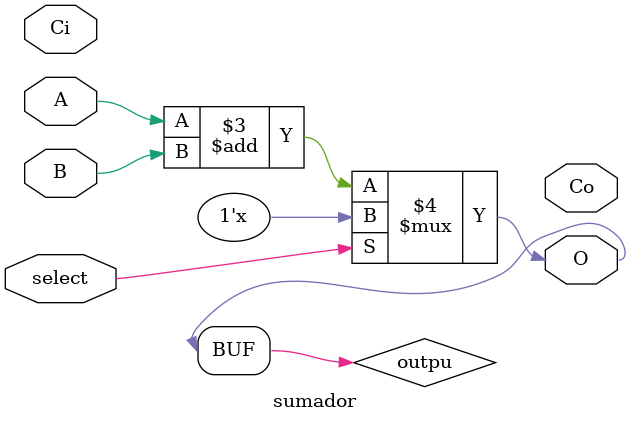
<source format=v>
`timescale 1ns / 1ps


module sumador(
    input A, B, Ci, select,
    output O, Co
    );
 
reg outpu; 
  
//reg a0, a1, a2;

always@(*)
 begin
 if (select==0)
//    xor u0(a0,A,B);
    
//    and u1(a1,A,B);
    
//    and u2(a2,a0,Ci);
    
//    or u3(Co, a1, a2);
    
//    xor u4 (O, a0, Ci);
    
    outpu <= A+B;   
     
else;

end    

assign O = outpu;

endmodule

</source>
